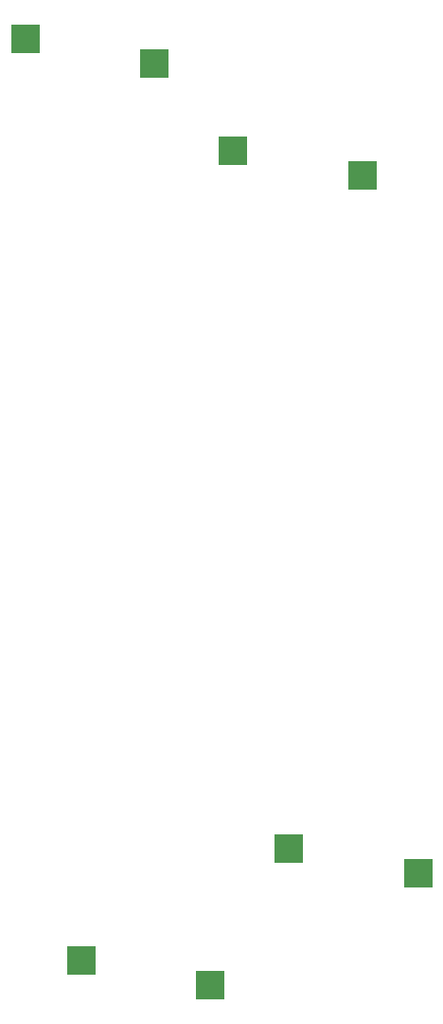
<source format=gbr>
G04 #@! TF.GenerationSoftware,KiCad,Pcbnew,9.0.2*
G04 #@! TF.CreationDate,2025-09-19T14:43:50-04:00*
G04 #@! TF.ProjectId,Trackball,54726163-6b62-4616-9c6c-2e6b69636164,rev?*
G04 #@! TF.SameCoordinates,Original*
G04 #@! TF.FileFunction,Paste,Bot*
G04 #@! TF.FilePolarity,Positive*
%FSLAX46Y46*%
G04 Gerber Fmt 4.6, Leading zero omitted, Abs format (unit mm)*
G04 Created by KiCad (PCBNEW 9.0.2) date 2025-09-19 14:43:50*
%MOMM*%
%LPD*%
G01*
G04 APERTURE LIST*
%ADD10R,2.600000X2.600000*%
G04 APERTURE END LIST*
D10*
X223675000Y-61550000D03*
X212125000Y-59350000D03*
X242275000Y-71550000D03*
X230725000Y-69350000D03*
X217125000Y-141650000D03*
X228675000Y-143850000D03*
X235725000Y-131650000D03*
X247275000Y-133850000D03*
M02*

</source>
